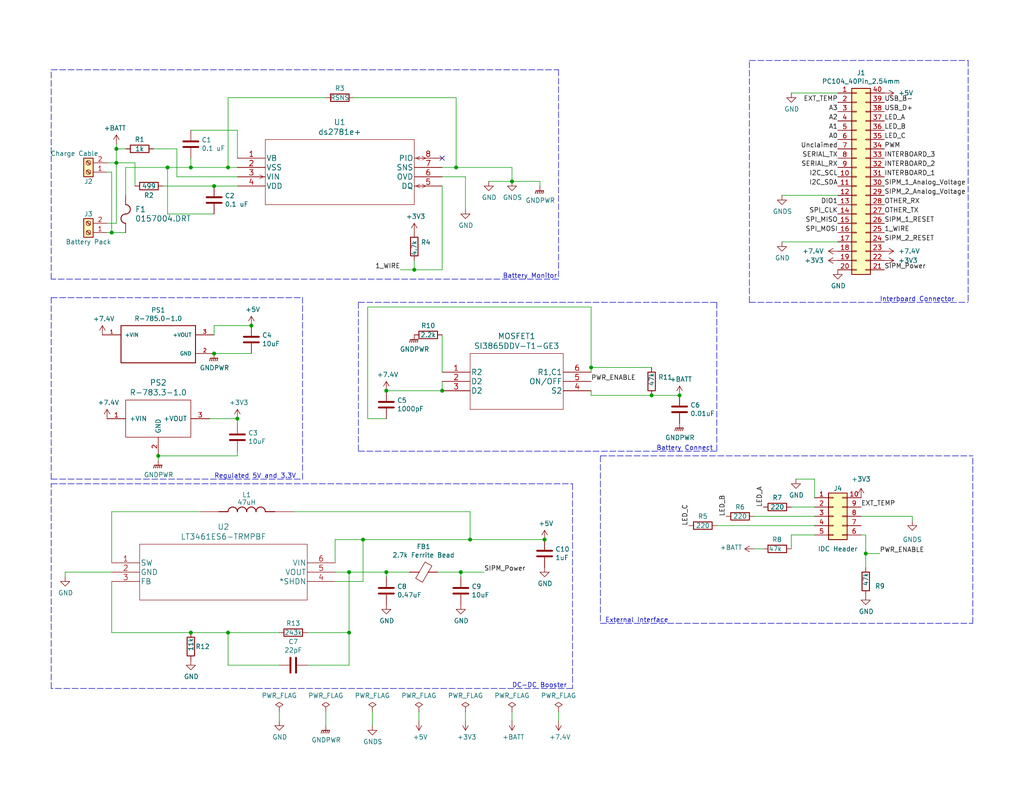
<source format=kicad_sch>
(kicad_sch (version 20211123) (generator eeschema)
  (paper "USLetter")
  (title_block (title "Power System Board CubeSat") (date "2022-05-01") (rev "3") (company "Whitworth University") (comment 1 "Department of Engineering and Physics") (comment 2 "John Larkin") (comment 3 "Margaret Fairborn"))
  (lib_symbols
    (symbol "Connector:Screw_Terminal_01x02" (pin_names (offset 1.016) hide)
      (property "Reference" "J" (at 0 2.54 0))
      (property "Value" "Screw_Terminal_01x02" (at 0 -5.08 0))
      (symbol "Screw_Terminal_01x02_1_1"
        (rectangle (start -1.27 1.27) (end 1.27 -3.81) (stroke (width 0.254)) (fill (type background)))
        (circle (center 0 -2.54) (radius 0.635) (stroke (width 0.1524)))
        (polyline (pts (xy -0.5334 -2.2098) (xy 0.3302 -3.048)) (stroke (width 0.1524)))
        (polyline (pts (xy -0.5334 0.3302) (xy 0.3302 -0.508)) (stroke (width 0.1524)))
        (polyline (pts (xy -0.3556 -2.032) (xy 0.508 -2.8702)) (stroke (width 0.1524)))
        (polyline (pts (xy -0.3556 0.508) (xy 0.508 -0.3302)) (stroke (width 0.1524)))
        (circle (center 0 0) (radius 0.635) (stroke (width 0.1524)))
        (pin passive line (at -5.08 0 0) (length 3.81) (name "Pin_1") (number "1"))
        (pin passive line (at -5.08 -2.54 0) (length 3.81) (name "Pin_2") (number "2"))
      )
    )
    (symbol "Connector_Generic:Conn_02x05_Counter_Clockwise" (pin_names (offset 1.016) hide)
      (property "Reference" "J" (at 1.27 7.62 0))
      (property "Value" "Conn_02x05_Counter_Clockwise" (at 1.27 -7.62 0))
      (symbol "Conn_02x05_Counter_Clockwise_1_1"
        (rectangle (start -1.27 -4.953) (end 0 -5.207) (stroke (width 0.1524)))
        (rectangle (start -1.27 -2.413) (end 0 -2.667) (stroke (width 0.1524)))
        (rectangle (start -1.27 0.127) (end 0 -0.127) (stroke (width 0.1524)))
        (rectangle (start -1.27 2.667) (end 0 2.413) (stroke (width 0.1524)))
        (rectangle (start -1.27 5.207) (end 0 4.953) (stroke (width 0.1524)))
        (rectangle (start -1.27 6.35) (end 3.81 -6.35) (stroke (width 0.254)) (fill (type background)))
        (rectangle (start 3.81 -4.953) (end 2.54 -5.207) (stroke (width 0.1524)))
        (rectangle (start 3.81 -2.413) (end 2.54 -2.667) (stroke (width 0.1524)))
        (rectangle (start 3.81 0.127) (end 2.54 -0.127) (stroke (width 0.1524)))
        (rectangle (start 3.81 2.667) (end 2.54 2.413) (stroke (width 0.1524)))
        (rectangle (start 3.81 5.207) (end 2.54 4.953) (stroke (width 0.1524)))
        (pin passive line (at -5.08 5.08 0) (length 3.81) (name "Pin_1") (number "1"))
        (pin passive line (at 7.62 5.08 180) (length 3.81) (name "Pin_10") (number "10"))
        (pin passive line (at -5.08 2.54 0) (length 3.81) (name "Pin_2") (number "2"))
        (pin passive line (at -5.08 0 0) (length 3.81) (name "Pin_3") (number "3"))
        (pin passive line (at -5.08 -2.54 0) (length 3.81) (name "Pin_4") (number "4"))
        (pin passive line (at -5.08 -5.08 0) (length 3.81) (name "Pin_5") (number "5"))
        (pin passive line (at 7.62 -5.08 180) (length 3.81) (name "Pin_6") (number "6"))
        (pin passive line (at 7.62 -2.54 180) (length 3.81) (name "Pin_7") (number "7"))
        (pin passive line (at 7.62 0 180) (length 3.81) (name "Pin_8") (number "8"))
        (pin passive line (at 7.62 2.54 180) (length 3.81) (name "Pin_9") (number "9"))
      )
    )
    (symbol "Device:C" (pin_numbers hide) (pin_names (offset 0.254))
      (property "Reference" "C" (at 0.635 2.54 0))
      (property "Value" "C" (at 0.635 -2.54 0))
      (symbol "C_0_1"
        (polyline (pts (xy -2.032 -0.762) (xy 2.032 -0.762)) (stroke (width 0.508)))
        (polyline (pts (xy -2.032 0.762) (xy 2.032 0.762)) (stroke (width 0.508)))
      )
      (symbol "C_1_1"
        (pin passive line (at 0 3.81 270) (length 2.794) (name "~") (number "1"))
        (pin passive line (at 0 -3.81 90) (length 2.794) (name "~") (number "2"))
      )
    )
    (symbol "Device:Ferrite_Bead" (pin_numbers hide) (pin_names (offset 0))
      (property "Reference" "FB" (at -3.81 0.635 90))
      (property "Value" "Device_Ferrite_Bead" (at 3.81 0 90))
      (symbol "Ferrite_Bead_0_1"
        (polyline (pts (xy 0 -1.27) (xy 0 -1.2192)))
        (polyline (pts (xy 0 1.27) (xy 0 1.2954)))
        (polyline (pts (xy -2.7686 0.4064) (xy -1.7018 2.2606) (xy 2.7686 -0.3048) (xy 1.6764 -2.159) (xy -2.7686 0.4064)))
      )
      (symbol "Ferrite_Bead_1_1"
        (pin passive line (at 0 3.81 270) (length 2.54) (name "~") (number "1"))
        (pin passive line (at 0 -3.81 90) (length 2.54) (name "~") (number "2"))
      )
    )
    (symbol "Device:R" (pin_numbers hide) (pin_names (offset 0))
      (property "Reference" "R" (at 2.032 0 90))
      (property "Value" "R" (at 0 0 90))
      (symbol "R_0_1"
        (rectangle (start -1.016 -2.54) (end 1.016 2.54) (stroke (width 0.254)))
      )
      (symbol "R_1_1"
        (pin passive line (at 0 3.81 270) (length 1.27) (name "~") (number "1"))
        (pin passive line (at 0 -3.81 90) (length 1.27) (name "~") (number "2"))
      )
    )
    (symbol "LQH43NH470J03L-Inductor:LQH43NH470J03L" (pin_numbers hide) (pin_names (offset 1.016) hide)
      (property "Reference" "L" (at -10.16 7.62 0))
      (property "Value" "LQH43NH470J03L-Inductor_LQH43NH470J03L" (at -10.16 5.08 0))
      (symbol "LQH43NH470J03L_0_0"
        (arc (start -2.54 0) (mid -3.81 1.27) (end -5.08 0) (stroke (width 0.254)))
        (arc (start 0 0) (mid -1.27 1.27) (end -2.54 0) (stroke (width 0.254)))
        (polyline (pts (xy -5.08 0) (xy -7.62 0)) (stroke (width 0.254)))
        (polyline (pts (xy 5.08 0) (xy 7.62 0)) (stroke (width 0.254)))
        (arc (start 2.54 0) (mid 1.27 1.27) (end 0 0) (stroke (width 0.254)))
        (arc (start 5.08 0) (mid 3.81 1.27) (end 2.54 0) (stroke (width 0.254)))
        (pin passive line (at -12.7 0 0) (length 5.08) (name "~") (number "1"))
        (pin passive line (at 12.7 0 180) (length 5.08) (name "~") (number "2"))
      )
    )
    (symbol "LT3461ES6-TRPBF:LT3461ES6-TRMPBF" (pin_names (offset 0.254))
      (property "Reference" "U" (at 30.48 10.16 0))
      (property "Value" "LT3461ES6-TRPBF_LT3461ES6-TRMPBF" (at 30.48 7.62 0))
      (symbol "LT3461ES6-TRMPBF_1_1"
        (polyline (pts (xy 7.62 -10.16) (xy 53.34 -10.16)) (stroke (width 0.127)))
        (polyline (pts (xy 7.62 5.08) (xy 7.62 -10.16)) (stroke (width 0.127)))
        (polyline (pts (xy 53.34 -10.16) (xy 53.34 5.08)) (stroke (width 0.127)))
        (polyline (pts (xy 53.34 5.08) (xy 7.62 5.08)) (stroke (width 0.127)))
        (pin unspecified line (at 0 0 0) (length 7.62) (name "SW") (number "1"))
        (pin power_in line (at 0 -2.54 0) (length 7.62) (name "GND") (number "2"))
        (pin unspecified line (at 0 -5.08 0) (length 7.62) (name "FB") (number "3"))
        (pin unspecified line (at 60.96 -5.08 180) (length 7.62) (name "*SHDN") (number "4"))
        (pin output line (at 60.96 -2.54 180) (length 7.62) (name "VOUT") (number "5"))
        (pin input line (at 60.96 0 180) (length 7.62) (name "VIN") (number "6"))
      )
    )
    (symbol "WhitworthStandard:+7.4V" (power) (pin_names (offset 0))
      (property "Value" "WhitworthStandard_+7.4V" (at 0 3.556 0))
      (symbol "+7.4V_0_1"
        (polyline (pts (xy -0.762 1.27) (xy 0 2.54)))
        (polyline (pts (xy 0 0) (xy 0 2.54)))
        (polyline (pts (xy 0 2.54) (xy 0.762 1.27)))
      )
      (symbol "+7.4V_1_1"
        (pin power_in line (at 0 0 90) (length 0) hide (name "+7.4V") (number "1"))
      )
    )
    (symbol "WhitworthStandard:R-783.3-1.0" (pin_names (offset 1.016))
      (property "Reference" "U" (at 0 3.81 0))
      (property "Value" "WhitworthStandard_R-783.3-1.0" (at 0 7.62 0))
      (symbol "R-783.3-1.0_0_0"
        (rectangle (start -8.89 5.08) (end 8.89 -5.08))
      )
      (symbol "R-783.3-1.0_1_1"
        (pin power_in line (at -13.97 0 0) (length 5.08) (name "+VIN") (number "1"))
        (pin power_in line (at 0 -10.16 90) (length 5.08) (name "GND") (number "2"))
        (pin power_out line (at 13.97 0 180) (length 5.08) (name "+VOUT") (number "3"))
      )
    )
    (symbol "power-rescue:0157004.DRT-LittleFuse_0157004.DRT-power-rescue-power-rescue-power-rescue-power-rescue-power-rescue-power-rescue" (pin_numbers hide) (pin_names hide)
      (property "Reference" "F" (at 5.08 3.175 0))
      (property "Value" "power-rescue_0157004.DRT-LittleFuse_0157004.DRT-power-rescue-power-rescue-power-rescue-power-rescue-power-rescue-power-rescue" (at 5.08 -6.35 0))
      (symbol "0157004.DRT-LittleFuse_0157004.DRT-power-rescue-power-rescue-power-rescue-power-rescue-power-rescue-power-rescue_1_1"
        (arc (start 5.08 0) (mid 3.81 1.27) (end 2.54 0) (stroke (width 0.254)))
        (arc (start 5.08 0) (mid 6.35 -1.27) (end 7.62 0) (stroke (width 0.254)))
        (pin unspecified line (at 0 0 0) (length 2.54) (name "~") (number "1"))
        (pin unspecified line (at 10.16 0 180) (length 2.54) (name "~") (number "2"))
      )
    )
    (symbol "power-rescue:PC104_40Pin_2.54mm-WhitworthStandard-power-rescue-power-rescue-power-rescue-power-rescue-power-rescue-power-rescue" (pin_names (offset 1.016) hide)
      (property "Reference" "J" (at 1.27 25.4 0))
      (property "Value" "power-rescue_PC104_40Pin_2.54mm-WhitworthStandard-power-rescue-power-rescue-power-rescue-power-rescue-power-rescue-power-rescue" (at 1.27 -27.94 0))
      (symbol "PC104_40Pin_2.54mm-WhitworthStandard-power-rescue-power-rescue-power-rescue-power-rescue-power-rescue-power-rescue_1_1"
        (rectangle (start -1.27 -25.273) (end 0 -25.527) (stroke (width 0.1524)))
        (rectangle (start -1.27 -22.733) (end 0 -22.987) (stroke (width 0.1524)))
        (rectangle (start -1.27 -20.193) (end 0 -20.447) (stroke (width 0.1524)))
        (rectangle (start -1.27 -17.653) (end 0 -17.907) (stroke (width 0.1524)))
        (rectangle (start -1.27 -15.113) (end 0 -15.367) (stroke (width 0.1524)))
        (rectangle (start -1.27 -12.573) (end 0 -12.827) (stroke (width 0.1524)))
        (rectangle (start -1.27 -10.033) (end 0 -10.287) (stroke (width 0.1524)))
        (rectangle (start -1.27 -7.493) (end 0 -7.747) (stroke (width 0.1524)))
        (rectangle (start -1.27 -4.953) (end 0 -5.207) (stroke (width 0.1524)))
        (rectangle (start -1.27 -2.413) (end 0 -2.667) (stroke (width 0.1524)))
        (rectangle (start -1.27 0.127) (end 0 -0.127) (stroke (width 0.1524)))
        (rectangle (start -1.27 2.667) (end 0 2.413) (stroke (width 0.1524)))
        (rectangle (start -1.27 5.207) (end 0 4.953) (stroke (width 0.1524)))
        (rectangle (start -1.27 7.747) (end 0 7.493) (stroke (width 0.1524)))
        (rectangle (start -1.27 10.287) (end 0 10.033) (stroke (width 0.1524)))
        (rectangle (start -1.27 12.827) (end 0 12.573) (stroke (width 0.1524)))
        (rectangle (start -1.27 15.367) (end 0 15.113) (stroke (width 0.1524)))
        (rectangle (start -1.27 17.907) (end 0 17.653) (stroke (width 0.1524)))
        (rectangle (start -1.27 20.447) (end 0 20.193) (stroke (width 0.1524)))
        (rectangle (start -1.27 22.987) (end 0 22.733) (stroke (width 0.1524)))
        (rectangle (start -1.27 24.13) (end 3.81 -26.67) (stroke (width 0.254)) (fill (type background)))
        (rectangle (start 3.81 -25.273) (end 2.54 -25.527) (stroke (width 0.1524)))
        (rectangle (start 3.81 -22.733) (end 2.54 -22.987) (stroke (width 0.1524)))
        (rectangle (start 3.81 -20.193) (end 2.54 -20.447) (stroke (width 0.1524)))
        (rectangle (start 3.81 -17.653) (end 2.54 -17.907) (stroke (width 0.1524)))
        (rectangle (start 3.81 -15.113) (end 2.54 -15.367) (stroke (width 0.1524)))
        (rectangle (start 3.81 -12.573) (end 2.54 -12.827) (stroke (width 0.1524)))
        (rectangle (start 3.81 -10.033) (end 2.54 -10.287) (stroke (width 0.1524)))
        (rectangle (start 3.81 -7.493) (end 2.54 -7.747) (stroke (width 0.1524)))
        (rectangle (start 3.81 -4.953) (end 2.54 -5.207) (stroke (width 0.1524)))
        (rectangle (start 3.81 -2.413) (end 2.54 -2.667) (stroke (width 0.1524)))
        (rectangle (start 3.81 0.127) (end 2.54 -0.127) (stroke (width 0.1524)))
        (rectangle (start 3.81 2.667) (end 2.54 2.413) (stroke (width 0.1524)))
        (rectangle (start 3.81 5.207) (end 2.54 4.953) (stroke (width 0.1524)))
        (rectangle (start 3.81 7.747) (end 2.54 7.493) (stroke (width 0.1524)))
        (rectangle (start 3.81 10.287) (end 2.54 10.033) (stroke (width 0.1524)))
        (rectangle (start 3.81 12.827) (end 2.54 12.573) (stroke (width 0.1524)))
        (rectangle (start 3.81 15.367) (end 2.54 15.113) (stroke (width 0.1524)))
        (rectangle (start 3.81 17.907) (end 2.54 17.653) (stroke (width 0.1524)))
        (rectangle (start 3.81 20.447) (end 2.54 20.193) (stroke (width 0.1524)))
        (rectangle (start 3.81 22.987) (end 2.54 22.733) (stroke (width 0.1524)))
        (pin passive line (at -5.08 22.86 0) (length 3.81) (name "Pin_1") (number "1"))
        (pin passive line (at -5.08 0 0) (length 3.81) (name "Pin_10") (number "10"))
        (pin passive line (at -5.08 -2.54 0) (length 3.81) (name "Pin_11") (number "11"))
        (pin passive line (at -5.08 -5.08 0) (length 3.81) (name "Pin_12") (number "12"))
        (pin passive line (at -5.08 -7.62 0) (length 3.81) (name "Pin_13") (number "13"))
        (pin passive line (at -5.08 -10.16 0) (length 3.81) (name "Pin_14") (number "14"))
        (pin passive line (at -5.08 -12.7 0) (length 3.81) (name "Pin_15") (number "15"))
        (pin passive line (at -5.08 -15.24 0) (length 3.81) (name "Pin_16") (number "16"))
        (pin passive line (at -5.08 -17.78 0) (length 3.81) (name "Pin_17") (number "17"))
        (pin passive line (at -5.08 -20.32 0) (length 3.81) (name "Pin_18") (number "18"))
        (pin passive line (at -5.08 -22.86 0) (length 3.81) (name "Pin_19") (number "19"))
        (pin passive line (at -5.08 20.32 0) (length 3.81) (name "Pin_2") (number "2"))
        (pin passive line (at -5.08 -25.4 0) (length 3.81) (name "Pin_20") (number "20"))
        (pin passive line (at 7.62 -25.4 180) (length 3.81) (name "Pin_21") (number "21"))
        (pin passive line (at 7.62 -22.86 180) (length 3.81) (name "Pin_22") (number "22"))
        (pin passive line (at 7.62 -20.32 180) (length 3.81) (name "Pin_23") (number "23"))
        (pin passive line (at 7.62 -17.78 180) (length 3.81) (name "Pin_24") (number "24"))
        (pin passive line (at 7.62 -15.24 180) (length 3.81) (name "Pin_25") (number "25"))
        (pin passive line (at 7.62 -12.7 180) (length 3.81) (name "Pin_26") (number "26"))
        (pin passive line (at 7.62 -10.16 180) (length 3.81) (name "Pin_27") (number "27"))
        (pin passive line (at 7.62 -7.62 180) (length 3.81) (name "Pin_28") (number "28"))
        (pin passive line (at 7.62 -5.08 180) (length 3.81) (name "Pin_29") (number "29"))
        (pin passive line (at -5.08 17.78 0) (length 3.81) (name "Pin_3") (number "3"))
        (pin passive line (at 7.62 -2.54 180) (length 3.81) (name "Pin_30") (number "30"))
        (pin passive line (at 7.62 0 180) (length 3.81) (name "Pin_31") (number "31"))
        (pin passive line (at 7.62 2.54 180) (length 3.81) (name "Pin_32") (number "32"))
        (pin passive line (at 7.62 5.08 180) (length 3.81) (name "Pin_33") (number "33"))
        (pin passive line (at 7.62 7.62 180) (length 3.81) (name "Pin_34") (number "34"))
        (pin passive line (at 7.62 10.16 180) (length 3.81) (name "Pin_35") (number "35"))
        (pin passive line (at 7.62 12.7 180) (length 3.81) (name "Pin_36") (number "36"))
        (pin passive line (at 7.62 15.24 180) (length 3.81) (name "Pin_37") (number "37"))
        (pin passive line (at 7.62 17.78 180) (length 3.81) (name "Pin_38") (number "38"))
        (pin passive line (at 7.62 20.32 180) (length 3.81) (name "Pin_39") (number "39"))
        (pin passive line (at -5.08 15.24 0) (length 3.81) (name "Pin_4") (number "4"))
        (pin passive line (at 7.62 22.86 180) (length 3.81) (name "Pin_40") (number "40"))
        (pin passive line (at -5.08 12.7 0) (length 3.81) (name "Pin_5") (number "5"))
        (pin passive line (at -5.08 10.16 0) (length 3.81) (name "Pin_6") (number "6"))
        (pin passive line (at -5.08 7.62 0) (length 3.81) (name "Pin_7") (number "7"))
        (pin passive line (at -5.08 5.08 0) (length 3.81) (name "Pin_8") (number "8"))
        (pin passive line (at -5.08 2.54 0) (length 3.81) (name "Pin_9") (number "9"))
      )
    )
    (symbol "power-rescue:R-785.0-1.0-WhitworthStandard" (pin_names (offset 1.016))
      (property "Reference" "PS" (at -10.16 6.35 0))
      (property "Value" "power-rescue_R-785.0-1.0-WhitworthStandard" (at -10.16 -7.62 0))
      (symbol "R-785.0-1.0-WhitworthStandard_0_0"
        (polyline (pts (xy -10.16 -5.08) (xy 10.16 -5.08)) (stroke (width 0.254)))
        (polyline (pts (xy -10.16 5.08) (xy -10.16 -5.08)) (stroke (width 0.254)))
        (polyline (pts (xy 10.16 -5.08) (xy 10.16 5.08)) (stroke (width 0.254)))
        (polyline (pts (xy 10.16 5.08) (xy -10.16 5.08)) (stroke (width 0.254)))
        (pin input line (at -15.24 2.54 0) (length 5.08) (name "+VIN") (number "1"))
        (pin power_in line (at 15.24 -2.54 180) (length 5.08) (name "GND") (number "2"))
        (pin output line (at 15.24 2.54 180) (length 5.08) (name "+VOUT") (number "3"))
      )
    )
    (symbol "power-rescue:SI3865DDV-T1-GE3-SI3865DDVT1GE3" (pin_names (offset 0.254))
      (property "Reference" "MOSFET" (at 20.32 10.16 0))
      (property "Value" "power-rescue_SI3865DDV-T1-GE3-SI3865DDVT1GE3" (at 20.32 7.62 0))
      (symbol "SI3865DDV-T1-GE3-SI3865DDVT1GE3_1_1"
        (polyline (pts (xy 7.62 -10.16) (xy 33.02 -10.16)) (stroke (width 0.127)))
        (polyline (pts (xy 7.62 5.08) (xy 7.62 -10.16)) (stroke (width 0.127)))
        (polyline (pts (xy 33.02 -10.16) (xy 33.02 5.08)) (stroke (width 0.127)))
        (polyline (pts (xy 33.02 5.08) (xy 7.62 5.08)) (stroke (width 0.127)))
        (pin unspecified line (at 0 0 0) (length 7.62) (name "R2") (number "1"))
        (pin unspecified line (at 0 -2.54 0) (length 7.62) (name "D2") (number "2"))
        (pin unspecified line (at 0 -5.08 0) (length 7.62) (name "D2") (number "3"))
        (pin unspecified line (at 40.64 -5.08 180) (length 7.62) (name "S2") (number "4"))
        (pin unspecified line (at 40.64 -2.54 180) (length 7.62) (name "ON/OFF") (number "5"))
        (pin unspecified line (at 40.64 0 180) (length 7.62) (name "R1,C1") (number "6"))
      )
    )
    (symbol "power-rescue:ds2781e+-ds2781e&plus_-power-rescue-power-rescue-power-rescue-power-rescue-power-rescue-power-rescue" (pin_names (offset 0.254))
      (property "Reference" "U" (at 27.94 10.16 0))
      (property "Value" "power-rescue_ds2781e+-ds2781e&plus_-power-rescue-power-rescue-power-rescue-power-rescue-power-rescue-power-rescue" (at 27.94 7.62 0))
      (symbol "ds2781e+-ds2781e&plus_-power-rescue-power-rescue-power-rescue-power-rescue-power-rescue-power-rescue_1_1"
        (polyline (pts (xy 7.112 -5.08) (xy 6.0452 -5.588)) (stroke (width 0.127)))
        (polyline (pts (xy 7.112 -5.08) (xy 6.0452 -4.572)) (stroke (width 0.127)))
        (polyline (pts (xy 7.62 -12.7) (xy 48.26 -12.7)) (stroke (width 0.127)))
        (polyline (pts (xy 7.62 5.08) (xy 7.62 -12.7)) (stroke (width 0.127)))
        (polyline (pts (xy 48.26 -12.7) (xy 48.26 5.08)) (stroke (width 0.127)))
        (polyline (pts (xy 48.26 5.08) (xy 7.62 5.08)) (stroke (width 0.127)))
        (polyline (pts (xy 48.768 -7.62) (xy 49.8348 -8.128)) (stroke (width 0.127)))
        (polyline (pts (xy 48.768 -7.62) (xy 49.8348 -7.112)) (stroke (width 0.127)))
        (polyline (pts (xy 48.768 0) (xy 49.8348 -0.508)) (stroke (width 0.127)))
        (polyline (pts (xy 48.768 0) (xy 49.8348 0.508)) (stroke (width 0.127)))
        (polyline (pts (xy 50.3428 -8.128) (xy 51.3842 -7.62)) (stroke (width 0.127)))
        (polyline (pts (xy 50.3428 -7.112) (xy 51.3842 -7.62)) (stroke (width 0.127)))
        (polyline (pts (xy 50.3428 -0.508) (xy 51.3842 0)) (stroke (width 0.127)))
        (polyline (pts (xy 50.3428 0.508) (xy 51.3842 0)) (stroke (width 0.127)))
        (pin power_in line (at 0 0 0) (length 7.62) (name "VB") (number "1"))
        (pin power_in line (at 0 -2.54 0) (length 7.62) (name "VSS") (number "2"))
        (pin input line (at 0 -5.08 0) (length 7.62) (name "VIN") (number "3"))
        (pin power_in line (at 0 -7.62 0) (length 7.62) (name "VDD") (number "4"))
        (pin bidirectional line (at 55.88 -7.62 180) (length 7.62) (name "DQ") (number "5"))
        (pin unspecified line (at 55.88 -5.08 180) (length 7.62) (name "OVD") (number "6"))
        (pin unspecified line (at 55.88 -2.54 180) (length 7.62) (name "SNS") (number "7"))
        (pin bidirectional line (at 55.88 0 180) (length 7.62) (name "PIO") (number "8"))
      )
    )
    (symbol "power:+3.3V" (power) (pin_names (offset 0))
      (property "Value" "+3.3V" (at 0 3.556 0))
      (symbol "+3.3V_0_1"
        (polyline (pts (xy -0.762 1.27) (xy 0 2.54)))
        (polyline (pts (xy 0 0) (xy 0 2.54)))
        (polyline (pts (xy 0 2.54) (xy 0.762 1.27)))
      )
      (symbol "+3.3V_1_1"
        (pin power_in line (at 0 0 90) (length 0) hide (name "+3V3") (number "1"))
      )
    )
    (symbol "power:+5V" (power) (pin_names (offset 0))
      (property "Value" "+5V" (at 0 3.556 0))
      (symbol "+5V_0_1"
        (polyline (pts (xy -0.762 1.27) (xy 0 2.54)))
        (polyline (pts (xy 0 0) (xy 0 2.54)))
        (polyline (pts (xy 0 2.54) (xy 0.762 1.27)))
      )
      (symbol "+5V_1_1"
        (pin power_in line (at 0 0 90) (length 0) hide (name "+5V") (number "1"))
      )
    )
    (symbol "power:+BATT" (power) (pin_names (offset 0))
      (property "Value" "+BATT" (at 0 3.556 0))
      (symbol "+BATT_0_1"
        (polyline (pts (xy -0.762 1.27) (xy 0 2.54)))
        (polyline (pts (xy 0 0) (xy 0 2.54)))
        (polyline (pts (xy 0 2.54) (xy 0.762 1.27)))
      )
      (symbol "+BATT_1_1"
        (pin power_in line (at 0 0 90) (length 0) hide (name "+BATT") (number "1"))
      )
    )
    (symbol "power:GND" (power) (pin_names (offset 0))
      (property "Value" "GND" (at 0 -3.81 0))
      (symbol "GND_0_1"
        (polyline (pts (xy 0 0) (xy 0 -1.27) (xy 1.27 -1.27) (xy 0 -2.54) (xy -1.27 -1.27) (xy 0 -1.27)))
      )
      (symbol "GND_1_1"
        (pin power_in line (at 0 0 270) (length 0) hide (name "GND") (number "1"))
      )
    )
    (symbol "power:GNDPWR" (power) (pin_names (offset 0))
      (property "Value" "GNDPWR" (at 0 -3.302 0))
      (symbol "GNDPWR_0_1"
        (polyline (pts (xy 0 -1.27) (xy 0 0)))
        (polyline (pts (xy -1.016 -1.27) (xy -1.27 -2.032) (xy -1.27 -2.032)) (stroke (width 0.2032)))
        (polyline (pts (xy -0.508 -1.27) (xy -0.762 -2.032) (xy -0.762 -2.032)) (stroke (width 0.2032)))
        (polyline (pts (xy 0 -1.27) (xy -0.254 -2.032) (xy -0.254 -2.032)) (stroke (width 0.2032)))
        (polyline (pts (xy 0.508 -1.27) (xy 0.254 -2.032) (xy 0.254 -2.032)) (stroke (width 0.2032)))
        (polyline (pts (xy 1.016 -1.27) (xy -1.016 -1.27) (xy -1.016 -1.27)) (stroke (width 0.2032)))
        (polyline (pts (xy 1.016 -1.27) (xy 0.762 -2.032) (xy 0.762 -2.032) (xy 0.762 -2.032)) (stroke (width 0.2032)))
      )
      (symbol "GNDPWR_1_1"
        (pin power_in line (at 0 0 270) (length 0) hide (name "GNDPWR") (number "1"))
      )
    )
    (symbol "power:GNDS" (power) (pin_names (offset 0))
      (property "Value" "GNDS" (at 0 -3.81 0))
      (symbol "GNDS_0_1"
        (polyline (pts (xy 0 0) (xy 0 -1.27) (xy 1.27 -1.27) (xy 0 -2.54) (xy -1.27 -1.27) (xy 0 -1.27)))
      )
      (symbol "GNDS_1_1"
        (pin power_in line (at 0 0 270) (length 0) hide (name "GNDS") (number "1"))
      )
    )
    (symbol "power:PWR_FLAG" (power) (pin_numbers hide) (pin_names (offset 0) hide)
      (property "Value" "PWR_FLAG" (at 0 3.81 0))
      (symbol "PWR_FLAG_0_0"
        (pin power_out line (at 0 0 90) (length 0) (name "pwr") (number "1"))
      )
      (symbol "PWR_FLAG_0_1"
        (polyline (pts (xy 0 0) (xy 0 1.27) (xy -1.016 1.905) (xy 0 2.54) (xy 1.016 1.905) (xy 0 1.27)))
      )
    )
  )
  (junction (at 124.46 45.72))
  (junction (at 161.29 100.33))
  (junction (at 52.07 172.72))
  (junction (at 52.07 45.72))
  (junction (at 45.72 45.72))
  (junction (at 128.27 147.32))
  (junction (at 62.23 45.72))
  (junction (at 62.23 172.72))
  (junction (at 31.75 44.45))
  (junction (at 113.03 73.66))
  (junction (at 68.58 88.9))
  (junction (at 99.06 147.32))
  (junction (at 58.42 96.52))
  (junction (at 95.25 172.72))
  (junction (at 30.48 63.5))
  (junction (at 139.7 49.53))
  (junction (at 185.42 107.95))
  (junction (at 64.77 114.3))
  (junction (at 125.73 156.21))
  (junction (at 177.8 107.95))
  (junction (at 105.41 106.68))
  (junction (at 120.65 106.68))
  (junction (at 43.18 124.46))
  (junction (at 148.59 147.32))
  (junction (at 105.41 156.21))
  (junction (at 236.22 151.13))
  (junction (at 58.42 50.8))
  (junction (at 31.75 40.64))
  (junction (at 95.25 156.21))
  (no_connect (at 120.65 43.18))
  (wire (pts (xy 29.21 60.96) (xy 31.75 60.96)))
  (wire (pts (xy 99.06 158.75) (xy 99.06 147.32)))
  (wire (pts (xy 30.48 139.7) (xy 54.61 139.7)))
  (wire (pts (xy 36.83 44.45) (xy 36.83 50.8)))
  (polyline (pts (xy 265.43 170.18) (xy 265.43 124.46)))
  (wire (pts (xy 124.46 45.72) (xy 124.46 26.67)))
  (wire (pts (xy 95.25 172.72) (xy 95.25 181.61)))
  (wire (pts (xy 30.48 46.99) (xy 30.48 63.5)))
  (wire (pts (xy 31.75 44.45) (xy 31.75 40.64)))
  (wire (pts (xy 45.72 58.42) (xy 45.72 45.72)))
  (wire (pts (xy 48.26 48.26) (xy 48.26 40.64)))
  (wire (pts (xy 119.38 156.21) (xy 125.73 156.21)))
  (wire (pts (xy 30.48 153.67) (xy 30.48 139.7)))
  (polyline (pts (xy 156.21 187.96) (xy 13.97 187.96)))
  (wire (pts (xy 83.82 172.72) (xy 95.25 172.72)))
  (wire (pts (xy 64.77 48.26) (xy 48.26 48.26)))
  (polyline (pts (xy 163.83 170.18) (xy 265.43 170.18)))
  (wire (pts (xy 58.42 91.44) (xy 58.42 88.9)))
  (polyline (pts (xy 97.79 82.55) (xy 195.58 82.55)))
  (wire (pts (xy 34.29 45.72) (xy 45.72 45.72)))
  (wire (pts (xy 120.65 50.8) (xy 120.65 73.66)))
  (wire (pts (xy 62.23 181.61) (xy 76.2 181.61)))
  (wire (pts (xy 236.22 151.13) (xy 236.22 154.94)))
  (wire (pts (xy 124.46 26.67) (xy 96.52 26.67)))
  (wire (pts (xy 217.17 130.81) (xy 222.25 130.81)))
  (wire (pts (xy 113.03 73.66) (xy 120.65 73.66)))
  (polyline (pts (xy 97.79 82.55) (xy 97.79 123.19)))
  (wire (pts (xy 234.95 140.97) (xy 248.92 140.97)))
  (wire (pts (xy 215.9 25.4) (xy 228.6 25.4)))
  (wire (pts (xy 48.26 40.64) (xy 41.91 40.64)))
  (polyline (pts (xy 195.58 82.55) (xy 195.58 123.19)))
  (wire (pts (xy 43.18 124.46) (xy 43.18 125.73)))
  (wire (pts (xy 29.21 46.99) (xy 30.48 46.99)))
  (wire (pts (xy 30.48 156.21) (xy 17.78 156.21)))
  (wire (pts (xy 91.44 153.67) (xy 91.44 147.32)))
  (wire (pts (xy 161.29 83.82) (xy 161.29 100.33)))
  (wire (pts (xy 152.4 194.31) (xy 152.4 196.85)))
  (polyline (pts (xy 13.97 130.81) (xy 13.97 81.28)))
  (wire (pts (xy 120.65 91.44) (xy 120.65 101.6)))
  (polyline (pts (xy 82.55 130.81) (xy 82.55 81.28)))
  (wire (pts (xy 213.36 66.04) (xy 228.6 66.04)))
  (wire (pts (xy 109.22 73.66) (xy 113.03 73.66)))
  (wire (pts (xy 125.73 156.21) (xy 132.08 156.21)))
  (wire (pts (xy 83.82 181.61) (xy 95.25 181.61)))
  (wire (pts (xy 120.65 106.68) (xy 105.41 106.68)))
  (wire (pts (xy 64.77 124.46) (xy 43.18 124.46)))
  (wire (pts (xy 45.72 45.72) (xy 52.07 45.72)))
  (wire (pts (xy 120.65 45.72) (xy 124.46 45.72)))
  (wire (pts (xy 88.9 26.67) (xy 62.23 26.67)))
  (polyline (pts (xy 156.21 132.08) (xy 156.21 187.96)))
  (wire (pts (xy 120.65 48.26) (xy 127 48.26)))
  (polyline (pts (xy 97.79 123.19) (xy 195.58 123.19)))
  (polyline (pts (xy 264.16 16.51) (xy 264.16 82.55)))
  (wire (pts (xy 52.07 43.18) (xy 52.07 45.72)))
  (wire (pts (xy 105.41 156.21) (xy 111.76 156.21)))
  (wire (pts (xy 161.29 101.6) (xy 161.29 100.33)))
  (polyline (pts (xy 204.47 16.51) (xy 264.16 16.51)))
  (wire (pts (xy 105.41 157.48) (xy 105.41 156.21)))
  (wire (pts (xy 31.75 44.45) (xy 31.75 60.96)))
  (wire (pts (xy 62.23 45.72) (xy 52.07 45.72)))
  (wire (pts (xy 177.8 107.95) (xy 185.42 107.95)))
  (wire (pts (xy 58.42 88.9) (xy 68.58 88.9)))
  (wire (pts (xy 236.22 151.13) (xy 240.03 151.13)))
  (polyline (pts (xy 152.4 76.2) (xy 13.97 76.2)))
  (wire (pts (xy 80.01 139.7) (xy 128.27 139.7)))
  (wire (pts (xy 101.6 194.31) (xy 101.6 198.12)))
  (wire (pts (xy 248.92 140.97) (xy 248.92 142.24)))
  (wire (pts (xy 128.27 147.32) (xy 148.59 147.32)))
  (wire (pts (xy 236.22 146.05) (xy 236.22 151.13)))
  (wire (pts (xy 127 194.31) (xy 127 196.85)))
  (wire (pts (xy 58.42 50.8) (xy 44.45 50.8)))
  (wire (pts (xy 205.74 140.97) (xy 222.25 140.97)))
  (wire (pts (xy 147.32 49.53) (xy 147.32 50.8)))
  (wire (pts (xy 222.25 130.81) (xy 222.25 135.89)))
  (wire (pts (xy 57.15 114.3) (xy 64.77 114.3)))
  (wire (pts (xy 127 48.26) (xy 127 57.15)))
  (wire (pts (xy 64.77 114.3) (xy 64.77 115.57)))
  (wire (pts (xy 62.23 45.72) (xy 64.77 45.72)))
  (wire (pts (xy 34.29 40.64) (xy 31.75 40.64)))
  (wire (pts (xy 30.48 63.5) (xy 29.21 63.5)))
  (polyline (pts (xy 163.83 124.46) (xy 265.43 124.46)))
  (wire (pts (xy 76.2 194.31) (xy 76.2 196.85)))
  (wire (pts (xy 161.29 106.68) (xy 161.29 107.95)))
  (wire (pts (xy 128.27 139.7) (xy 128.27 147.32)))
  (wire (pts (xy 52.07 172.72) (xy 62.23 172.72)))
  (polyline (pts (xy 13.97 132.08) (xy 156.21 132.08)))
  (wire (pts (xy 100.33 114.3) (xy 105.41 114.3)))
  (polyline (pts (xy 204.47 82.55) (xy 264.16 82.55)))
  (wire (pts (xy 62.23 26.67) (xy 62.23 45.72)))
  (polyline (pts (xy 13.97 76.2) (xy 13.97 19.05)))
  (wire (pts (xy 124.46 45.72) (xy 139.7 45.72)))
  (wire (pts (xy 64.77 35.56) (xy 52.07 35.56)))
  (wire (pts (xy 58.42 96.52) (xy 68.58 96.52)))
  (wire (pts (xy 139.7 45.72) (xy 139.7 49.53)))
  (wire (pts (xy 88.9 194.31) (xy 88.9 198.12)))
  (wire (pts (xy 95.25 156.21) (xy 95.25 172.72)))
  (polyline (pts (xy 163.83 124.46) (xy 163.83 170.18)))
  (wire (pts (xy 30.48 172.72) (xy 52.07 172.72)))
  (wire (pts (xy 91.44 158.75) (xy 99.06 158.75)))
  (polyline (pts (xy 13.97 19.05) (xy 152.4 19.05)))
  (wire (pts (xy 31.75 44.45) (xy 36.83 44.45)))
  (polyline (pts (xy 13.97 81.28) (xy 82.55 81.28)))
  (wire (pts (xy 139.7 49.53) (xy 147.32 49.53)))
  (wire (pts (xy 113.03 73.66) (xy 113.03 71.12)))
  (wire (pts (xy 95.25 156.21) (xy 105.41 156.21)))
  (wire (pts (xy 62.23 172.72) (xy 76.2 172.72)))
  (wire (pts (xy 30.48 158.75) (xy 30.48 172.72)))
  (polyline (pts (xy 152.4 19.05) (xy 152.4 76.2)))
  (wire (pts (xy 62.23 172.72) (xy 62.23 181.61)))
  (wire (pts (xy 64.77 123.19) (xy 64.77 124.46)))
  (wire (pts (xy 31.75 44.45) (xy 29.21 44.45)))
  (wire (pts (xy 215.9 146.05) (xy 215.9 149.86)))
  (wire (pts (xy 58.42 58.42) (xy 45.72 58.42)))
  (wire (pts (xy 195.58 143.51) (xy 222.25 143.51)))
  (wire (pts (xy 100.33 83.82) (xy 100.33 114.3)))
  (wire (pts (xy 91.44 156.21) (xy 95.25 156.21)))
  (wire (pts (xy 64.77 50.8) (xy 58.42 50.8)))
  (wire (pts (xy 99.06 147.32) (xy 128.27 147.32)))
  (wire (pts (xy 139.7 194.31) (xy 139.7 196.85)))
  (wire (pts (xy 34.29 45.72) (xy 34.29 53.34)))
  (wire (pts (xy 30.48 63.5) (xy 34.29 63.5)))
  (wire (pts (xy 228.6 53.34) (xy 213.36 53.34)))
  (wire (pts (xy 161.29 107.95) (xy 177.8 107.95)))
  (wire (pts (xy 17.78 156.21) (xy 17.78 157.48)))
  (wire (pts (xy 133.35 49.53) (xy 139.7 49.53)))
  (wire (pts (xy 234.95 146.05) (xy 236.22 146.05)))
  (wire (pts (xy 222.25 146.05) (xy 215.9 146.05)))
  (wire (pts (xy 205.74 149.86) (xy 208.28 149.86)))
  (wire (pts (xy 120.65 104.14) (xy 120.65 106.68)))
  (wire (pts (xy 114.3 194.31) (xy 114.3 196.85)))
  (wire (pts (xy 31.75 40.64) (xy 31.75 39.37)))
  (polyline (pts (xy 13.97 187.96) (xy 13.97 132.08)))
  (wire (pts (xy 64.77 43.18) (xy 64.77 35.56)))
  (polyline (pts (xy 204.47 82.55) (xy 204.47 16.51)))
  (wire (pts (xy 161.29 83.82) (xy 100.33 83.82)))
  (wire (pts (xy 125.73 157.48) (xy 125.73 156.21)))
  (wire (pts (xy 91.44 147.32) (xy 99.06 147.32)))
  (wire (pts (xy 215.9 138.43) (xy 222.25 138.43)))
  (wire (pts (xy 161.29 100.33) (xy 177.8 100.33)))
  (polyline (pts (xy 13.97 130.81) (xy 82.55 130.81)))
  (text "Interboard Connector" (at 240.03 82.55 0) (effects (font (size 1.27 1.27)) (justify left bottom)))
  (text "Battery Monitor" (at 137.16 76.2 0) (effects (font (size 1.27 1.27)) (justify left bottom)))
  (text "External Interface" (at 165.1 170.18 0) (effects (font (size 1.27 1.27)) (justify left bottom)))
  (text "DC-DC Booster" (at 139.7 187.96 0) (effects (font (size 1.27 1.27)) (justify left bottom)))
  (text "Regulated 5V and 3.3V" (at 58.42 130.81 0) (effects (font (size 1.27 1.27)) (justify left bottom)))
  (text "Battery Connect" (at 179.07 123.19 0) (effects (font (size 1.27 1.27)) (justify left bottom)))
  (label "SERIAL_TX" (at 228.6 43.18 180))
  (label "A0" (at 228.6 38.1 180))
  (label "I2C_SDA" (at 228.6 50.8 180))
  (label "LED_A" (at 241.3 33.02 0))
  (label "PWR_ENABLE" (at 161.29 104.14 0))
  (label "OTHER_RX" (at 241.3 55.88 0))
  (label "A1" (at 228.6 35.56 180))
  (label "SIPM_2_RESET" (at 241.3 66.04 0))
  (label "DIO1" (at 228.6 55.88 180))
  (label "SPI_CLK" (at 228.6 58.42 180))
  (label "USB_B-" (at 241.3 27.94 0))
  (label "LED_B" (at 198.12 140.97 90))
  (label "SERIAL_RX" (at 228.6 45.72 180))
  (label "LED_B" (at 241.3 35.56 0))
  (label "SIPM_Power" (at 241.3 73.66 0))
  (label "INTERBOARD_1" (at 241.3 48.26 0))
  (label "LED_A" (at 208.28 138.43 90))
  (label "PWR_ENABLE" (at 240.03 151.13 0))
  (label "A2" (at 228.6 33.02 180))
  (label "OTHER_TX" (at 241.3 58.42 0))
  (label "SPI_MOSI" (at 228.6 63.5 180))
  (label "A3" (at 228.6 30.48 180))
  (label "LED_C" (at 241.3 38.1 0))
  (label "1_WIRE" (at 109.22 73.66 180))
  (label "LED_C" (at 187.96 143.51 90))
  (label "SPI_MISO" (at 228.6 60.96 180))
  (label "SIPM_1_RESET" (at 241.3 60.96 0))
  (label "EXT_TEMP" (at 234.95 138.43 0))
  (label "I2C_SCL" (at 228.6 48.26 180))
  (label "PWM" (at 241.3 40.64 0))
  (label "SIPM_Power" (at 132.08 156.21 0))
  (label "EXT_TEMP" (at 228.6 27.94 180))
  (label "INTERBOARD_3" (at 241.3 43.18 0))
  (label "1_WIRE" (at 241.3 63.5 0))
  (label "SIPM_2_Analog_Voltage" (at 241.3 53.34 0))
  (label "SIPM_1_Analog_Voltage" (at 241.3 50.8 0))
  (label "USB_D+" (at 241.3 30.48 0))
  (label "Unclaimed" (at 228.6 40.64 180))
  (label "INTERBOARD_2" (at 241.3 45.72 0))
  (symbol (lib_id "power-rescue:PC104_40Pin_2.54mm-WhitworthStandard-power-rescue-power-rescue-power-rescue-power-rescue-power-rescue-power-rescue") (at 233.68 48.26 0) (unit 1)
    (property "Reference" "J1" (at 234.95 19.8882 0))
    (property "Value" "PC104_40Pin_2.54mm" (at 234.95 22.1996 0))
    (property "Footprint" "WhitworthStandard:PC104_40PinSocket_2.54mm" (effects hide))
  )
  (symbol (lib_id "power:+BATT") (at 139.7 196.85 0) (mirror x) (unit 1)
    (property "Reference" "#PWR0101" (effects hide))
    (property "Value" "+BATT" (at 140.081 201.2442 0))
  )
  (symbol (lib_id "power:PWR_FLAG") (at 139.7 194.31 0) (unit 1)
    (property "Reference" "#FLG0101" (effects hide))
    (property "Value" "PWR_FLAG" (at 139.7 189.9158 0))
  )
  (symbol (lib_id "power:PWR_FLAG") (at 152.4 194.31 0) (unit 1)
    (property "Reference" "#FLG0102" (effects hide))
    (property "Value" "PWR_FLAG" (at 152.4 189.9158 0))
  )
  (symbol (lib_id "WhitworthStandard:+7.4V") (at 152.4 196.85 0) (mirror x) (unit 1)
    (property "Reference" "#PWR0102" (effects hide))
    (property "Value" "+7.4V" (at 152.781 201.2442 0))
  )
  (symbol (lib_id "power:PWR_FLAG") (at 114.3 194.31 0) (unit 1)
    (property "Reference" "#FLG0103" (effects hide))
    (property "Value" "PWR_FLAG" (at 114.3 189.9158 0))
  )
  (symbol (lib_id "power:+3.3V") (at 127 196.85 0) (mirror x) (unit 1)
    (property "Reference" "#PWR0103" (effects hide))
    (property "Value" "+3.3V" (at 127.381 201.2442 0))
  )
  (symbol (lib_id "power:PWR_FLAG") (at 127 194.31 0) (unit 1)
    (property "Reference" "#FLG0104" (effects hide))
    (property "Value" "PWR_FLAG" (at 127 189.9158 0))
  )
  (symbol (lib_id "power:+5V") (at 114.3 196.85 0) (mirror x) (unit 1)
    (property "Reference" "#PWR0104" (effects hide))
    (property "Value" "+5V" (at 114.681 201.2442 0))
  )
  (symbol (lib_id "power:PWR_FLAG") (at 76.2 194.31 0) (unit 1)
    (property "Reference" "#FLG0105" (effects hide))
    (property "Value" "PWR_FLAG" (at 76.2 189.9158 0))
  )
  (symbol (lib_id "power:GND") (at 76.2 196.85 0) (unit 1)
    (property "Reference" "#PWR0105" (effects hide))
    (property "Value" "GND" (at 76.327 201.2442 0))
  )
  (symbol (lib_id "power:+5V") (at 241.3 25.4 270) (unit 1)
    (property "Reference" "#PWR0106" (effects hide))
    (property "Value" "+5V" (at 245.11 25.4 90) (effects (justify left)))
  )
  (symbol (lib_id "power:GND") (at 215.9 25.4 0) (unit 1)
    (property "Reference" "#PWR0107" (effects hide))
    (property "Value" "GND" (at 216.027 29.7942 0))
  )
  (symbol (lib_id "power:GNDS") (at 213.36 53.34 0) (unit 1)
    (property "Reference" "#PWR0108" (effects hide))
    (property "Value" "GNDS" (at 213.487 57.7342 0))
  )
  (symbol (lib_id "power:GND") (at 228.6 73.66 0) (unit 1)
    (property "Reference" "#PWR0110" (effects hide))
    (property "Value" "GND" (at 228.727 78.0542 0))
  )
  (symbol (lib_id "WhitworthStandard:+7.4V") (at 228.6 68.58 90) (unit 1)
    (property "Reference" "#PWR0112" (effects hide))
    (property "Value" "+7.4V" (at 224.79 68.58 90) (effects (justify left)))
  )
  (symbol (lib_id "WhitworthStandard:+7.4V") (at 241.3 68.58 270) (unit 1)
    (property "Reference" "#PWR0114" (effects hide))
    (property "Value" "+7.4V" (at 245.11 68.58 90) (effects (justify left)))
  )
  (symbol (lib_id "power:GNDPWR") (at 88.9 198.12 0) (unit 1)
    (property "Reference" "#PWR0116" (effects hide))
    (property "Value" "GNDPWR" (at 89.0016 202.0316 0))
  )
  (symbol (lib_id "power:PWR_FLAG") (at 88.9 194.31 0) (unit 1)
    (property "Reference" "#FLG0106" (effects hide))
    (property "Value" "PWR_FLAG" (at 88.9 189.9158 0))
  )
  (symbol (lib_id "power:PWR_FLAG") (at 101.6 194.31 0) (unit 1)
    (property "Reference" "#FLG0107" (effects hide))
    (property "Value" "PWR_FLAG" (at 101.6 189.9158 0))
  )
  (symbol (lib_id "power:GNDS") (at 101.6 198.12 0) (unit 1)
    (property "Reference" "#PWR0117" (effects hide))
    (property "Value" "GNDS" (at 101.727 202.5142 0))
  )
  (symbol (lib_id "Connector:Screw_Terminal_01x02") (at 24.13 63.5 180) (unit 1)
    (property "Reference" "J3" (at 24.13 58.42 0))
    (property "Value" "Battery Pack" (at 24.13 66.04 0))
    (property "Footprint" "TerminalBlock_4Ucon:TerminalBlock_4Ucon_1x02_P3.50mm_Horizontal" (effects hide))
  )
  (symbol (lib_id "power:GND") (at 133.35 49.53 0) (unit 1)
    (property "Reference" "#PWR0128" (effects hide))
    (property "Value" "GND" (at 133.477 53.9242 0))
  )
  (symbol (lib_id "power:GNDS") (at 139.7 49.53 0) (unit 1)
    (property "Reference" "#PWR0129" (effects hide))
    (property "Value" "GNDS" (at 139.827 53.9242 0))
  )
  (symbol (lib_id "power-rescue:ds2781e+-ds2781e&plus_-power-rescue-power-rescue-power-rescue-power-rescue-power-rescue-power-rescue") (at 64.77 43.18 0) (unit 1)
    (property "Reference" "U1" (at 92.71 33.3502 0) (effects (font (size 1.524 1.524))))
    (property "Value" "ds2781e+" (at 92.71 36.0426 0) (effects (font (size 1.524 1.524))))
    (property "Footprint" "DS2781e:ds2781e&plus_" (effects hide))
  )
  (symbol (lib_id "Connector:Screw_Terminal_01x02") (at 24.13 46.99 180) (unit 1)
    (property "Reference" "J2" (at 24.13 49.53 0))
    (property "Value" "Charge Cable" (at 20.32 41.91 0))
    (property "Footprint" "TerminalBlock_4Ucon:TerminalBlock_4Ucon_1x02_P3.50mm_Horizontal" (effects hide))
  )
  (symbol (lib_id "power-rescue:0157004.DRT-LittleFuse_0157004.DRT-power-rescue-power-rescue-power-rescue-power-rescue-power-rescue-power-rescue") (at 34.29 63.5 90) (unit 1)
    (property "Reference" "F1" (at 36.83 57.15 90) (effects (font (size 1.524 1.524)) (justify right)))
    (property "Value" "0157004.DRT" (at 36.83 59.69 90) (effects (font (size 1.524 1.524)) (justify right)))
    (property "Footprint" "LittleFuse_0157004DRT:LittleFuse_0157004.DRT" (effects hide))
  )
  (symbol (lib_id "power:GND") (at 127 57.15 0) (unit 1)
    (property "Reference" "#PWR0138" (effects hide))
    (property "Value" "GND" (at 127.127 61.5442 0))
  )
  (symbol (lib_id "power:+3.3V") (at 113.03 63.5 0) (unit 1)
    (property "Reference" "#PWR0111" (effects hide))
    (property "Value" "+3.3V" (at 113.411 59.1058 0))
  )
  (symbol (lib_id "Device:R") (at 113.03 67.31 0) (unit 1)
    (property "Reference" "R4" (at 114.808 66.1416 0) (effects (justify left)))
    (property "Value" "4.7k" (at 113.03 69.85 90) (effects (justify left)))
    (property "Footprint" "Resistor_SMD:R_1206_3216Metric_Pad1.30x1.75mm_HandSolder" (effects hide))
  )
  (symbol (lib_id "power:+BATT") (at 31.75 39.37 0) (mirror y) (unit 1)
    (property "Reference" "#PWR0113" (effects hide))
    (property "Value" "+BATT" (at 31.369 34.9758 0))
  )
  (symbol (lib_id "Device:R") (at 92.71 26.67 270) (unit 1)
    (property "Reference" "R3" (at 92.71 24.13 90))
    (property "Value" "RSNS" (at 92.71 26.67 90))
    (property "Footprint" "Resistor_SMD:R_2010_5025Metric_Pad1.40x2.65mm_HandSolder" (effects hide))
  )
  (symbol (lib_id "power:GNDPWR") (at 147.32 50.8 0) (unit 1)
    (property "Reference" "#PWR0115" (effects hide))
    (property "Value" "GNDPWR" (at 147.4216 54.7116 0))
  )
  (symbol (lib_id "Device:C") (at 52.07 39.37 0) (unit 1)
    (property "Reference" "C1" (at 54.991 38.2016 0) (effects (justify left)))
    (property "Value" "0.1 uF" (at 54.991 40.513 0) (effects (justify left)))
    (property "Footprint" "Capacitor_SMD:C_1206_3216Metric_Pad1.33x1.80mm_HandSolder" (effects hide))
  )
  (symbol (lib_id "Device:R") (at 38.1 40.64 270) (unit 1)
    (property "Reference" "R1" (at 38.1 38.1 90))
    (property "Value" "1k" (at 38.1 40.64 90))
    (property "Footprint" "Resistor_SMD:R_1206_3216Metric_Pad1.30x1.75mm_HandSolder" (effects hide))
  )
  (symbol (lib_id "Device:R") (at 40.64 50.8 270) (unit 1)
    (property "Reference" "R2" (at 40.64 53.34 90))
    (property "Value" "499" (at 40.64 50.8 90))
    (property "Footprint" "Resistor_SMD:R_1206_3216Metric_Pad1.30x1.75mm_HandSolder" (effects hide))
  )
  (symbol (lib_id "Device:C") (at 58.42 54.61 0) (unit 1)
    (property "Reference" "C2" (at 61.341 53.4416 0) (effects (justify left)))
    (property "Value" "0.1 uF" (at 61.341 55.753 0) (effects (justify left)))
    (property "Footprint" "Capacitor_SMD:C_1206_3216Metric_Pad1.33x1.80mm_HandSolder" (effects hide))
  )
  (symbol (lib_id "power:+3.3V") (at 241.3 71.12 270) (unit 1)
    (property "Reference" "#PWR0123" (effects hide))
    (property "Value" "+3.3V" (at 245.11 71.12 90) (effects (justify left)))
  )
  (symbol (lib_id "power:+3.3V") (at 228.6 71.12 90) (mirror x) (unit 1)
    (property "Reference" "#PWR0137" (effects hide))
    (property "Value" "+3.3V" (at 224.79 71.12 90) (effects (justify left)))
  )
  (symbol (lib_id "power:GND") (at 213.36 66.04 0) (unit 1)
    (property "Reference" "#PWR0139" (effects hide))
    (property "Value" "GND" (at 213.487 70.4342 0))
  )
  (symbol (lib_id "power-rescue:SI3865DDV-T1-GE3-SI3865DDVT1GE3") (at 120.65 101.6 0) (unit 1)
    (property "Reference" "MOSFET1" (at 140.97 91.7702 0) (effects (font (size 1.524 1.524))))
    (property "Value" "SI3865DDV-T1-GE3" (at 140.97 94.4626 0) (effects (font (size 1.524 1.524))))
    (property "Footprint" "SI3865DDVT1GE3:SI3865DDV-T1-GE3" (effects hide))
  )
  (symbol (lib_id "Device:R") (at 116.84 91.44 270) (unit 1)
    (property "Reference" "R10" (at 116.84 88.9 90))
    (property "Value" "2.2k" (at 116.84 91.44 90))
    (property "Footprint" "Resistor_SMD:R_1206_3216Metric_Pad1.30x1.75mm_HandSolder" (effects hide))
  )
  (symbol (lib_id "Device:C") (at 185.42 111.76 0) (unit 1)
    (property "Reference" "C6" (at 188.341 110.5916 0) (effects (justify left)))
    (property "Value" "0.01uF" (at 188.341 112.903 0) (effects (justify left)))
    (property "Footprint" "Capacitor_SMD:C_1206_3216Metric_Pad1.33x1.80mm_HandSolder" (effects hide))
  )
  (symbol (lib_id "power:GNDPWR") (at 113.03 91.44 0) (unit 1)
    (property "Reference" "#PWR0135" (effects hide))
    (property "Value" "GNDPWR" (at 113.1316 95.3516 0))
  )
  (symbol (lib_id "Device:R") (at 177.8 104.14 0) (unit 1)
    (property "Reference" "R11" (at 179.578 102.9716 0) (effects (justify left)))
    (property "Value" "47k" (at 177.8 105.41 90) (effects (justify left)))
    (property "Footprint" "Resistor_SMD:R_1206_3216Metric_Pad1.30x1.75mm_HandSolder" (effects hide))
  )
  (symbol (lib_id "Device:C") (at 105.41 110.49 0) (unit 1)
    (property "Reference" "C5" (at 108.331 109.3216 0) (effects (justify left)))
    (property "Value" "1000pF" (at 108.331 111.633 0) (effects (justify left)))
    (property "Footprint" "Capacitor_SMD:C_1206_3216Metric_Pad1.33x1.80mm_HandSolder" (effects hide))
  )
  (symbol (lib_id "WhitworthStandard:+7.4V") (at 105.41 106.68 0) (unit 1)
    (property "Reference" "#PWR0132" (effects hide))
    (property "Value" "+7.4V" (at 105.791 102.2858 0))
  )
  (symbol (lib_id "power:GNDPWR") (at 185.42 115.57 0) (unit 1)
    (property "Reference" "#PWR0134" (effects hide))
    (property "Value" "GNDPWR" (at 185.5216 119.4816 0))
  )
  (symbol (lib_id "power:+BATT") (at 185.42 107.95 0) (unit 1)
    (property "Reference" "#PWR0133" (effects hide))
    (property "Value" "+BATT" (at 185.801 103.5558 0))
  )
  (symbol (lib_id "WhitworthStandard:R-783.3-1.0") (at 43.18 114.3 0) (unit 1)
    (property "Reference" "PS2" (at 43.18 104.4702 0) (effects (font (size 1.524 1.524))))
    (property "Value" "R-783.3-1.0" (at 43.18 107.1626 0) (effects (font (size 1.524 1.524))))
    (property "Footprint" "WhitworthStandard:RECOM-R-78xx-1.0" (effects hide))
  )
  (symbol (lib_id "power-rescue:R-785.0-1.0-WhitworthStandard") (at 43.18 93.98 0) (unit 1)
    (property "Reference" "PS1" (at 43.18 84.6582 0))
    (property "Value" "R-785.0-1.0" (at 43.18 86.9696 0))
    (property "Footprint" "WhitworthStandard:RECOM-R-78xx-1.0" (effects hide))
    (property "Datasheet" "10.20mm" (effects hide))
    (property "Field4" "RECOM" (effects hide))
    (property "Field5" "4" (effects hide))
    (property "Field6" "Manufacturer Recommendations" (effects hide))
  )
  (symbol (lib_id "power:GNDPWR") (at 58.42 96.52 0) (unit 1)
    (property "Reference" "#PWR0131" (effects hide))
    (property "Value" "GNDPWR" (at 58.5216 100.4316 0))
  )
  (symbol (lib_id "power:GNDPWR") (at 43.18 125.73 0) (unit 1)
    (property "Reference" "#PWR0130" (effects hide))
    (property "Value" "GNDPWR" (at 43.2816 129.6416 0))
  )
  (symbol (lib_id "WhitworthStandard:+7.4V") (at 27.94 91.44 0) (unit 1)
    (property "Reference" "#PWR0127" (effects hide))
    (property "Value" "+7.4V" (at 28.321 87.0458 0))
  )
  (symbol (lib_id "WhitworthStandard:+7.4V") (at 29.21 114.3 0) (unit 1)
    (property "Reference" "#PWR0126" (effects hide))
    (property "Value" "+7.4V" (at 29.591 109.9058 0))
  )
  (symbol (lib_id "Device:C") (at 64.77 119.38 0) (unit 1)
    (property "Reference" "C3" (at 67.691 118.2116 0) (effects (justify left)))
    (property "Value" "10uF" (at 67.691 120.523 0) (effects (justify left)))
    (property "Footprint" "Capacitor_SMD:C_1206_3216Metric_Pad1.33x1.80mm_HandSolder" (effects hide))
  )
  (symbol (lib_id "power:+3.3V") (at 64.77 114.3 0) (unit 1)
    (property "Reference" "#PWR0125" (effects hide))
    (property "Value" "+3.3V" (at 65.151 109.9058 0))
  )
  (symbol (lib_id "Device:C") (at 68.58 92.71 0) (unit 1)
    (property "Reference" "C4" (at 71.501 91.5416 0) (effects (justify left)))
    (property "Value" "10uF" (at 71.501 93.853 0) (effects (justify left)))
    (property "Footprint" "Capacitor_SMD:C_1206_3216Metric_Pad1.33x1.80mm_HandSolder" (effects hide))
  )
  (symbol (lib_id "power:+5V") (at 68.58 88.9 0) (unit 1)
    (property "Reference" "#PWR0124" (effects hide))
    (property "Value" "+5V" (at 68.961 84.5058 0))
  )
  (symbol (lib_id "power:+5V") (at 148.59 147.32 0) (unit 1)
    (property "Reference" "#PWR0141" (effects hide))
    (property "Value" "+5V" (at 148.971 142.9258 0))
  )
  (symbol (lib_id "Device:C") (at 148.59 151.13 0) (unit 1)
    (property "Reference" "C10" (at 151.511 149.9616 0) (effects (justify left)))
    (property "Value" "1uF" (at 151.511 152.273 0) (effects (justify left)))
    (property "Footprint" "Capacitor_SMD:C_1206_3216Metric_Pad1.33x1.80mm_HandSolder" (effects hide))
  )
  (symbol (lib_id "power:GND") (at 148.59 154.94 0) (unit 1)
    (property "Reference" "#PWR0136" (effects hide))
    (property "Value" "GND" (at 148.717 159.3342 0))
  )
  (symbol (lib_id "power:GND") (at 17.78 157.48 0) (unit 1)
    (property "Reference" "#PWR0144" (effects hide))
    (property "Value" "GND" (at 17.907 161.8742 0))
  )
  (symbol (lib_id "Device:R") (at 52.07 176.53 0) (unit 1)
    (property "Reference" "R12" (at 53.34 176.53 0) (effects (justify left)))
    (property "Value" "11k" (at 52.07 177.8 90) (effects (justify left)))
    (property "Footprint" "Resistor_SMD:R_1206_3216Metric_Pad1.30x1.75mm_HandSolder" (effects hide))
  )
  (symbol (lib_id "Device:R") (at 80.01 172.72 270) (unit 1)
    (property "Reference" "R13" (at 80.01 170.18 90))
    (property "Value" "243k" (at 80.01 172.72 90))
    (property "Footprint" "Resistor_SMD:R_1206_3216Metric_Pad1.30x1.75mm_HandSolder" (effects hide))
  )
  (symbol (lib_id "Device:C") (at 80.01 181.61 270) (unit 1)
    (property "Reference" "C7" (at 80.01 175.2092 90))
    (property "Value" "22pF" (at 80.01 177.5206 90))
    (property "Footprint" "Capacitor_SMD:C_1206_3216Metric_Pad1.33x1.80mm_HandSolder" (effects hide))
  )
  (symbol (lib_id "power:GND") (at 52.07 180.34 0) (unit 1)
    (property "Reference" "#PWR0140" (effects hide))
    (property "Value" "GND" (at 52.197 184.7342 0))
  )
  (symbol (lib_id "Device:Ferrite_Bead") (at 115.57 156.21 270) (unit 1)
    (property "Reference" "FB1" (at 115.57 149.2504 90))
    (property "Value" "2.7k Ferrite Bead" (at 115.57 151.5618 90))
    (property "Footprint" "742792095:BEADC2012X110N" (effects hide))
  )
  (symbol (lib_id "Device:C") (at 105.41 161.29 0) (unit 1)
    (property "Reference" "C8" (at 108.331 160.1216 0) (effects (justify left)))
    (property "Value" "0.47uF" (at 108.331 162.433 0) (effects (justify left)))
    (property "Footprint" "Capacitor_SMD:C_1206_3216Metric_Pad1.33x1.80mm_HandSolder" (effects hide))
  )
  (symbol (lib_id "Device:C") (at 125.73 161.29 0) (unit 1)
    (property "Reference" "C9" (at 128.651 160.1216 0) (effects (justify left)))
    (property "Value" "10uF" (at 128.651 162.433 0) (effects (justify left)))
    (property "Footprint" "Capacitor_SMD:C_1206_3216Metric_Pad1.33x1.80mm_HandSolder" (effects hide))
  )
  (symbol (lib_id "power:GND") (at 105.41 165.1 0) (unit 1)
    (property "Reference" "#PWR0143" (effects hide))
    (property "Value" "GND" (at 105.537 169.4942 0))
  )
  (symbol (lib_id "power:GND") (at 125.73 165.1 0) (unit 1)
    (property "Reference" "#PWR0142" (effects hide))
    (property "Value" "GND" (at 125.857 169.4942 0))
  )
  (symbol (lib_id "LT3461ES6-TRPBF:LT3461ES6-TRMPBF") (at 30.48 153.67 0) (unit 1)
    (property "Reference" "U2" (at 60.96 143.8402 0) (effects (font (size 1.524 1.524))))
    (property "Value" "LT3461ES6-TRMPBF" (at 60.96 146.5326 0) (effects (font (size 1.524 1.524))))
    (property "Footprint" "LT3461ES6_TRMPBF:LT3461ES6-TRMPBF" (effects hide))
  )
  (symbol (lib_id "LQH43NH470J03L-Inductor:LQH43NH470J03L") (at 67.31 139.7 0) (unit 1)
    (property "Reference" "L1" (at 67.31 135.1026 0))
    (property "Value" "47uH" (at 67.31 137.16 0))
    (property "Footprint" "LQH43NH470J03L-Inductor:IND_LQH43NH470J03L" (effects hide))
    (property "PARTREV" "N/A" (effects hide))
    (property "STANDARD" "Manufacturer Recommendations" (effects hide))
    (property "MANUFACTURER" "Murata" (effects hide))
    (property "MAXIMUM_PACKAGE_HEIGHT" "2.8mm" (effects hide))
  )
  (symbol (lib_id "power:GNDS") (at 248.92 142.24 0) (unit 1)
    (property "Reference" "#PWR0119" (effects hide))
    (property "Value" "GNDS" (at 248.92 147.32 0))
  )
  (symbol (lib_id "Device:R") (at 201.93 140.97 90) (unit 1)
    (property "Reference" "R6" (at 201.93 138.43 90))
    (property "Value" "220" (at 201.93 140.97 90))
    (property "Footprint" "Resistor_SMD:R_1206_3216Metric_Pad1.30x1.75mm_HandSolder" (effects hide))
  )
  (symbol (lib_id "power:GND") (at 236.22 162.56 0) (unit 1)
    (property "Reference" "#PWR0120" (effects hide))
    (property "Value" "GND" (at 236.347 166.9542 0))
  )
  (symbol (lib_id "Device:R") (at 236.22 158.75 0) (unit 1)
    (property "Reference" "R9" (at 238.76 160.02 0) (effects (justify left)))
    (property "Value" "47k" (at 236.22 160.02 90) (effects (justify left)))
    (property "Footprint" "Resistor_SMD:R_1206_3216Metric_Pad1.30x1.75mm_HandSolder" (effects hide))
  )
  (symbol (lib_id "Device:R") (at 212.09 149.86 90) (unit 1)
    (property "Reference" "R8" (at 213.36 147.32 90) (effects (justify left)))
    (property "Value" "47k" (at 213.36 149.86 90) (effects (justify left)))
    (property "Footprint" "Resistor_SMD:R_1206_3216Metric_Pad1.30x1.75mm_HandSolder" (effects hide))
  )
  (symbol (lib_id "Connector_Generic:Conn_02x05_Counter_Clockwise") (at 227.33 140.97 0) (unit 1)
    (property "Reference" "J4" (at 228.6 133.35 0))
    (property "Value" "IDC Header" (at 228.6 149.86 0))
    (property "Footprint" "Connector_IDC:IDC-Header_2x05_P2.54mm_Vertical" (effects hide))
  )
  (symbol (lib_id "power:+3.3V") (at 234.95 135.89 0) (unit 1)
    (property "Reference" "#PWR0121" (effects hide))
    (property "Value" "+3.3V" (at 234.95 130.81 0))
  )
  (symbol (lib_id "Device:R") (at 191.77 143.51 90) (unit 1)
    (property "Reference" "R5" (at 191.77 140.97 90))
    (property "Value" "220" (at 191.77 143.51 90))
    (property "Footprint" "Resistor_SMD:R_1206_3216Metric_Pad1.30x1.75mm_HandSolder" (effects hide))
  )
  (symbol (lib_id "Device:R") (at 212.09 138.43 90) (unit 1)
    (property "Reference" "R7" (at 212.09 135.89 90))
    (property "Value" "220" (at 212.09 138.43 90))
    (property "Footprint" "Resistor_SMD:R_1206_3216Metric_Pad1.30x1.75mm_HandSolder" (effects hide))
  )
  (symbol (lib_id "power:+BATT") (at 205.74 149.86 90) (unit 1)
    (property "Reference" "#PWR0109" (effects hide))
    (property "Value" "+BATT" (at 202.5142 149.479 90) (effects (justify left)))
  )
  (symbol (lib_id "power:GND") (at 217.17 130.81 0) (unit 1)
    (property "Reference" "#PWR0118" (effects hide))
    (property "Value" "GND" (at 217.297 135.2042 0))
  )
)
</source>
